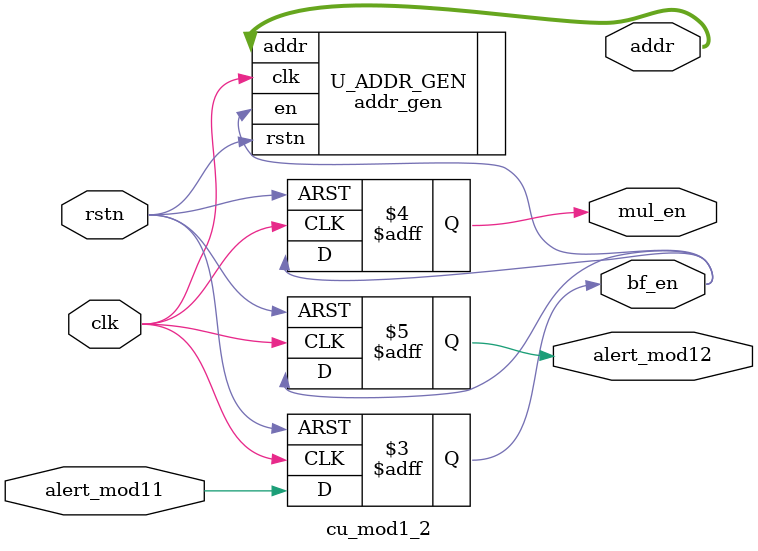
<source format=sv>
`timescale 1ns/1ps

module cu_mod1_2 (
	input clk,
	input rstn,
	input alert_mod11,

	output logic bf_en,
	output logic mul_en,
	output logic [8:0] addr,
	output logic alert_mod12
);

	always_ff @( posedge clk or negedge rstn ) begin : ctrl_signal_make
		if(!rstn) begin
			bf_en <= 0;
			mul_en <= 0;
			alert_mod12 <= 0;
		end
		else begin
			bf_en <= alert_mod11;
			mul_en <= bf_en;
			alert_mod12 <= bf_en;
		end
	end

	addr_gen U_ADDR_GEN(
	.clk(clk),
	.rstn(rstn),
	.en(bf_en),

	.addr(addr)
	);
	
endmodule
</source>
